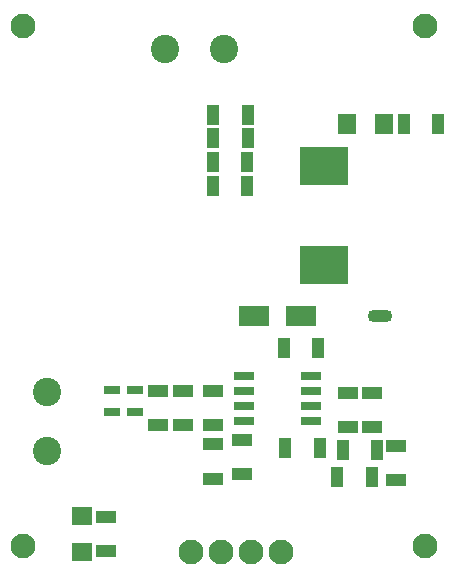
<source format=gts>
G04*
G04 #@! TF.GenerationSoftware,Altium Limited,Altium Designer,22.7.1 (60)*
G04*
G04 Layer_Color=8388736*
%FSLAX44Y44*%
%MOMM*%
G71*
G04*
G04 #@! TF.SameCoordinates,B907E7F6-3D8B-4148-802C-DA242210B7AD*
G04*
G04*
G04 #@! TF.FilePolarity,Negative*
G04*
G01*
G75*
%ADD21R,1.0000X1.7000*%
%ADD22R,1.6000X1.7600*%
%ADD23R,1.7600X1.6000*%
%ADD24R,1.7000X1.0000*%
%ADD25R,4.1000X3.3000*%
%ADD26O,2.1000X1.1000*%
%ADD27R,2.6000X1.8000*%
%ADD28R,1.7500X0.7500*%
%ADD29R,1.4000X0.8000*%
%ADD30C,2.1000*%
%ADD31C,2.4000*%
D21*
X381500Y387000D02*
D03*
X352500D02*
D03*
X190500Y335000D02*
D03*
X219500D02*
D03*
X190500Y355000D02*
D03*
X219500D02*
D03*
X191000Y375000D02*
D03*
X220000D02*
D03*
X191000Y395000D02*
D03*
X220000D02*
D03*
X252000Y112500D02*
D03*
X281000D02*
D03*
X329500Y111000D02*
D03*
X300500D02*
D03*
X296000Y88750D02*
D03*
X325000D02*
D03*
X250500Y198000D02*
D03*
X279500D02*
D03*
D22*
X335500Y387000D02*
D03*
X304500D02*
D03*
D23*
X80000Y55500D02*
D03*
Y24500D02*
D03*
D24*
X100000Y54500D02*
D03*
Y25500D02*
D03*
X190250Y132000D02*
D03*
Y161000D02*
D03*
X305000Y159500D02*
D03*
Y130500D02*
D03*
X325000Y159500D02*
D03*
Y130500D02*
D03*
X346000Y85500D02*
D03*
Y114500D02*
D03*
X215000Y90500D02*
D03*
Y119500D02*
D03*
X190250Y87000D02*
D03*
Y116000D02*
D03*
X165000Y161000D02*
D03*
Y132000D02*
D03*
X144000Y161000D02*
D03*
Y132000D02*
D03*
D25*
X285000Y352000D02*
D03*
Y268000D02*
D03*
D26*
X332000Y225000D02*
D03*
D27*
X225000D02*
D03*
X265000D02*
D03*
D28*
X216750Y135950D02*
D03*
Y148650D02*
D03*
Y161350D02*
D03*
Y174050D02*
D03*
X273250Y135950D02*
D03*
Y148650D02*
D03*
Y161350D02*
D03*
Y174050D02*
D03*
D29*
X124500Y143000D02*
D03*
Y162000D02*
D03*
X105000Y143000D02*
D03*
Y162000D02*
D03*
D30*
X197700Y25000D02*
D03*
X172300D02*
D03*
X370000Y470000D02*
D03*
Y30000D02*
D03*
X30000D02*
D03*
Y470000D02*
D03*
X223100Y25000D02*
D03*
X248500D02*
D03*
D31*
X50000Y160000D02*
D03*
Y110000D02*
D03*
X200000Y451000D02*
D03*
X150000D02*
D03*
M02*

</source>
